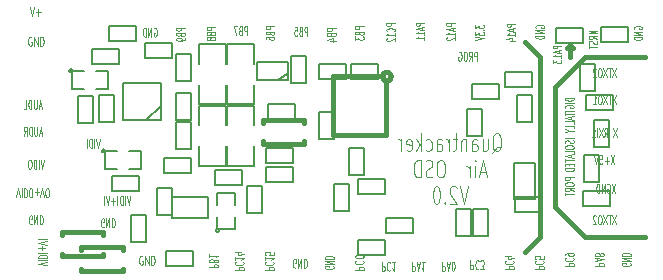
<source format=gbo>
G04 (created by PCBNEW-RS274X (2011-05-25)-stable) date Thu 12 Mar 2015 10:15:44 GMT*
G01*
G70*
G90*
%MOIN*%
G04 Gerber Fmt 3.4, Leading zero omitted, Abs format*
%FSLAX34Y34*%
G04 APERTURE LIST*
%ADD10C,0.006000*%
%ADD11C,0.004900*%
%ADD12C,0.015000*%
%ADD13C,0.004300*%
%ADD14C,0.005000*%
%ADD15C,0.008000*%
G04 APERTURE END LIST*
G54D10*
G54D11*
X49750Y-39138D02*
X49731Y-39124D01*
X49703Y-39124D01*
X49675Y-39138D01*
X49656Y-39166D01*
X49647Y-39194D01*
X49638Y-39250D01*
X49638Y-39292D01*
X49647Y-39349D01*
X49656Y-39377D01*
X49675Y-39405D01*
X49703Y-39419D01*
X49722Y-39419D01*
X49750Y-39405D01*
X49759Y-39391D01*
X49759Y-39292D01*
X49722Y-39292D01*
X49844Y-39419D02*
X49844Y-39124D01*
X49956Y-39419D01*
X49956Y-39124D01*
X50050Y-39419D02*
X50050Y-39124D01*
X50097Y-39124D01*
X50125Y-39138D01*
X50144Y-39166D01*
X50153Y-39194D01*
X50162Y-39250D01*
X50162Y-39292D01*
X50153Y-39349D01*
X50144Y-39377D01*
X50125Y-39405D01*
X50097Y-39419D01*
X50050Y-39419D01*
X46050Y-31838D02*
X46031Y-31824D01*
X46003Y-31824D01*
X45975Y-31838D01*
X45956Y-31866D01*
X45947Y-31894D01*
X45938Y-31950D01*
X45938Y-31992D01*
X45947Y-32049D01*
X45956Y-32077D01*
X45975Y-32105D01*
X46003Y-32119D01*
X46022Y-32119D01*
X46050Y-32105D01*
X46059Y-32091D01*
X46059Y-31992D01*
X46022Y-31992D01*
X46144Y-32119D02*
X46144Y-31824D01*
X46256Y-32119D01*
X46256Y-31824D01*
X46350Y-32119D02*
X46350Y-31824D01*
X46397Y-31824D01*
X46425Y-31838D01*
X46444Y-31866D01*
X46453Y-31894D01*
X46462Y-31950D01*
X46462Y-31992D01*
X46453Y-32049D01*
X46444Y-32077D01*
X46425Y-32105D01*
X46397Y-32119D01*
X46350Y-32119D01*
X46013Y-30824D02*
X46078Y-31119D01*
X46144Y-30824D01*
X46210Y-31007D02*
X46360Y-31007D01*
X46285Y-31119D02*
X46285Y-30894D01*
G54D12*
X64000Y-32100D02*
X64100Y-32200D01*
X63900Y-32200D02*
X64000Y-32100D01*
X64000Y-32100D02*
X63900Y-32200D01*
X64000Y-32500D02*
X64000Y-32100D01*
X64000Y-32100D02*
X64000Y-32500D01*
G54D13*
X50131Y-31538D02*
X50148Y-31524D01*
X50172Y-31524D01*
X50197Y-31538D01*
X50214Y-31566D01*
X50222Y-31594D01*
X50230Y-31650D01*
X50230Y-31692D01*
X50222Y-31749D01*
X50214Y-31777D01*
X50197Y-31805D01*
X50172Y-31819D01*
X50156Y-31819D01*
X50131Y-31805D01*
X50123Y-31791D01*
X50123Y-31692D01*
X50156Y-31692D01*
X50049Y-31819D02*
X50049Y-31524D01*
X49950Y-31819D01*
X49950Y-31524D01*
X49868Y-31819D02*
X49868Y-31524D01*
X49827Y-31524D01*
X49802Y-31538D01*
X49785Y-31566D01*
X49777Y-31594D01*
X49769Y-31650D01*
X49769Y-31692D01*
X49777Y-31749D01*
X49785Y-31777D01*
X49802Y-31805D01*
X49827Y-31819D01*
X49868Y-31819D01*
X51182Y-31518D02*
X50887Y-31518D01*
X50887Y-31584D01*
X50901Y-31601D01*
X50915Y-31609D01*
X50943Y-31617D01*
X50985Y-31617D01*
X51013Y-31609D01*
X51027Y-31601D01*
X51041Y-31584D01*
X51041Y-31518D01*
X51027Y-31749D02*
X51041Y-31774D01*
X51055Y-31782D01*
X51084Y-31790D01*
X51126Y-31790D01*
X51154Y-31782D01*
X51168Y-31774D01*
X51182Y-31757D01*
X51182Y-31691D01*
X50887Y-31691D01*
X50887Y-31749D01*
X50901Y-31765D01*
X50915Y-31774D01*
X50943Y-31782D01*
X50971Y-31782D01*
X50999Y-31774D01*
X51013Y-31765D01*
X51027Y-31749D01*
X51027Y-31691D01*
X51182Y-31872D02*
X51182Y-31905D01*
X51168Y-31922D01*
X51154Y-31930D01*
X51112Y-31947D01*
X51055Y-31955D01*
X50943Y-31955D01*
X50915Y-31947D01*
X50901Y-31938D01*
X50887Y-31922D01*
X50887Y-31889D01*
X50901Y-31872D01*
X50915Y-31864D01*
X50943Y-31856D01*
X51013Y-31856D01*
X51041Y-31864D01*
X51055Y-31872D01*
X51070Y-31889D01*
X51070Y-31922D01*
X51055Y-31938D01*
X51041Y-31947D01*
X51013Y-31955D01*
G54D11*
X61416Y-35695D02*
X61453Y-35667D01*
X61491Y-35611D01*
X61547Y-35526D01*
X61584Y-35498D01*
X61622Y-35498D01*
X61603Y-35639D02*
X61641Y-35611D01*
X61678Y-35554D01*
X61697Y-35442D01*
X61697Y-35245D01*
X61678Y-35132D01*
X61641Y-35076D01*
X61603Y-35048D01*
X61528Y-35048D01*
X61491Y-35076D01*
X61453Y-35132D01*
X61434Y-35245D01*
X61434Y-35442D01*
X61453Y-35554D01*
X61491Y-35611D01*
X61528Y-35639D01*
X61603Y-35639D01*
X61096Y-35245D02*
X61096Y-35639D01*
X61265Y-35245D02*
X61265Y-35554D01*
X61246Y-35611D01*
X61209Y-35639D01*
X61153Y-35639D01*
X61115Y-35611D01*
X61096Y-35582D01*
X60740Y-35639D02*
X60740Y-35329D01*
X60759Y-35273D01*
X60797Y-35245D01*
X60872Y-35245D01*
X60909Y-35273D01*
X60740Y-35611D02*
X60778Y-35639D01*
X60872Y-35639D01*
X60909Y-35611D01*
X60928Y-35554D01*
X60928Y-35498D01*
X60909Y-35442D01*
X60872Y-35414D01*
X60778Y-35414D01*
X60740Y-35385D01*
X60553Y-35245D02*
X60553Y-35639D01*
X60553Y-35301D02*
X60534Y-35273D01*
X60497Y-35245D01*
X60441Y-35245D01*
X60403Y-35273D01*
X60384Y-35329D01*
X60384Y-35639D01*
X60253Y-35245D02*
X60103Y-35245D01*
X60197Y-35048D02*
X60197Y-35554D01*
X60178Y-35611D01*
X60141Y-35639D01*
X60103Y-35639D01*
X59972Y-35639D02*
X59972Y-35245D01*
X59972Y-35357D02*
X59953Y-35301D01*
X59935Y-35273D01*
X59897Y-35245D01*
X59860Y-35245D01*
X59559Y-35639D02*
X59559Y-35329D01*
X59578Y-35273D01*
X59616Y-35245D01*
X59691Y-35245D01*
X59728Y-35273D01*
X59559Y-35611D02*
X59597Y-35639D01*
X59691Y-35639D01*
X59728Y-35611D01*
X59747Y-35554D01*
X59747Y-35498D01*
X59728Y-35442D01*
X59691Y-35414D01*
X59597Y-35414D01*
X59559Y-35385D01*
X59203Y-35611D02*
X59241Y-35639D01*
X59316Y-35639D01*
X59353Y-35611D01*
X59372Y-35582D01*
X59391Y-35526D01*
X59391Y-35357D01*
X59372Y-35301D01*
X59353Y-35273D01*
X59316Y-35245D01*
X59241Y-35245D01*
X59203Y-35273D01*
X59034Y-35639D02*
X59034Y-35048D01*
X58997Y-35414D02*
X58884Y-35639D01*
X58884Y-35245D02*
X59034Y-35470D01*
X58565Y-35611D02*
X58603Y-35639D01*
X58678Y-35639D01*
X58715Y-35611D01*
X58734Y-35554D01*
X58734Y-35329D01*
X58715Y-35273D01*
X58678Y-35245D01*
X58603Y-35245D01*
X58565Y-35273D01*
X58546Y-35329D01*
X58546Y-35385D01*
X58734Y-35442D01*
X58377Y-35639D02*
X58377Y-35245D01*
X58377Y-35357D02*
X58358Y-35301D01*
X58340Y-35273D01*
X58302Y-35245D01*
X58265Y-35245D01*
X61201Y-36346D02*
X61013Y-36346D01*
X61238Y-36515D02*
X61107Y-35924D01*
X60976Y-36515D01*
X60844Y-36515D02*
X60844Y-36121D01*
X60844Y-35924D02*
X60863Y-35952D01*
X60844Y-35980D01*
X60825Y-35952D01*
X60844Y-35924D01*
X60844Y-35980D01*
X60656Y-36515D02*
X60656Y-36121D01*
X60656Y-36233D02*
X60637Y-36177D01*
X60619Y-36149D01*
X60581Y-36121D01*
X60544Y-36121D01*
X59737Y-35924D02*
X59662Y-35924D01*
X59625Y-35952D01*
X59587Y-36008D01*
X59568Y-36121D01*
X59568Y-36318D01*
X59587Y-36430D01*
X59625Y-36487D01*
X59662Y-36515D01*
X59737Y-36515D01*
X59775Y-36487D01*
X59812Y-36430D01*
X59831Y-36318D01*
X59831Y-36121D01*
X59812Y-36008D01*
X59775Y-35952D01*
X59737Y-35924D01*
X59418Y-36487D02*
X59362Y-36515D01*
X59268Y-36515D01*
X59230Y-36487D01*
X59212Y-36458D01*
X59193Y-36402D01*
X59193Y-36346D01*
X59212Y-36290D01*
X59230Y-36261D01*
X59268Y-36233D01*
X59343Y-36205D01*
X59380Y-36177D01*
X59399Y-36149D01*
X59418Y-36093D01*
X59418Y-36036D01*
X59399Y-35980D01*
X59380Y-35952D01*
X59343Y-35924D01*
X59249Y-35924D01*
X59193Y-35952D01*
X59024Y-36515D02*
X59024Y-35924D01*
X58930Y-35924D01*
X58874Y-35952D01*
X58837Y-36008D01*
X58818Y-36064D01*
X58799Y-36177D01*
X58799Y-36261D01*
X58818Y-36374D01*
X58837Y-36430D01*
X58874Y-36487D01*
X58930Y-36515D01*
X59024Y-36515D01*
X60600Y-36800D02*
X60469Y-37391D01*
X60338Y-36800D01*
X60225Y-36856D02*
X60206Y-36828D01*
X60169Y-36800D01*
X60075Y-36800D01*
X60037Y-36828D01*
X60019Y-36856D01*
X60000Y-36912D01*
X60000Y-36969D01*
X60019Y-37053D01*
X60244Y-37391D01*
X60000Y-37391D01*
X59831Y-37334D02*
X59812Y-37363D01*
X59831Y-37391D01*
X59850Y-37363D01*
X59831Y-37334D01*
X59831Y-37391D01*
X59568Y-36800D02*
X59531Y-36800D01*
X59493Y-36828D01*
X59474Y-36856D01*
X59456Y-36912D01*
X59437Y-37025D01*
X59437Y-37166D01*
X59456Y-37278D01*
X59474Y-37334D01*
X59493Y-37363D01*
X59531Y-37391D01*
X59568Y-37391D01*
X59606Y-37363D01*
X59624Y-37334D01*
X59643Y-37278D01*
X59662Y-37166D01*
X59662Y-37025D01*
X59643Y-36912D01*
X59624Y-36856D01*
X59606Y-36828D01*
X59568Y-36800D01*
G54D12*
X63000Y-38500D02*
X62500Y-39000D01*
X63000Y-32500D02*
X63000Y-38500D01*
X62500Y-32000D02*
X63000Y-32500D01*
X64500Y-38500D02*
X66500Y-38500D01*
X63500Y-37500D02*
X64500Y-38500D01*
X64500Y-32500D02*
X66500Y-32500D01*
X63500Y-33500D02*
X64500Y-32500D01*
X63500Y-33500D02*
X63500Y-37500D01*
G54D13*
X64135Y-33854D02*
X63840Y-33854D01*
X63840Y-33895D01*
X63854Y-33920D01*
X63882Y-33937D01*
X63910Y-33945D01*
X63966Y-33953D01*
X64008Y-33953D01*
X64065Y-33945D01*
X64093Y-33937D01*
X64121Y-33920D01*
X64135Y-33895D01*
X64135Y-33854D01*
X64135Y-34027D02*
X63840Y-34027D01*
X63854Y-34200D02*
X63840Y-34183D01*
X63840Y-34159D01*
X63854Y-34134D01*
X63882Y-34117D01*
X63910Y-34109D01*
X63966Y-34101D01*
X64008Y-34101D01*
X64065Y-34109D01*
X64093Y-34117D01*
X64121Y-34134D01*
X64135Y-34159D01*
X64135Y-34175D01*
X64121Y-34200D01*
X64107Y-34208D01*
X64008Y-34208D01*
X64008Y-34175D01*
X64135Y-34282D02*
X63840Y-34282D01*
X63840Y-34339D02*
X63840Y-34438D01*
X64135Y-34389D02*
X63840Y-34389D01*
X64051Y-34488D02*
X64051Y-34570D01*
X64135Y-34471D02*
X63840Y-34529D01*
X64135Y-34587D01*
X64135Y-34727D02*
X64135Y-34644D01*
X63840Y-34644D01*
X64135Y-34867D02*
X64135Y-34784D01*
X63840Y-34784D01*
X63994Y-34957D02*
X64135Y-34957D01*
X63840Y-34899D02*
X63994Y-34957D01*
X63840Y-35015D01*
X64135Y-35204D02*
X63840Y-35204D01*
X64121Y-35278D02*
X64135Y-35303D01*
X64135Y-35344D01*
X64121Y-35360D01*
X64107Y-35369D01*
X64079Y-35377D01*
X64051Y-35377D01*
X64023Y-35369D01*
X64008Y-35360D01*
X63994Y-35344D01*
X63980Y-35311D01*
X63966Y-35294D01*
X63952Y-35286D01*
X63924Y-35278D01*
X63896Y-35278D01*
X63868Y-35286D01*
X63854Y-35294D01*
X63840Y-35311D01*
X63840Y-35352D01*
X63854Y-35377D01*
X63840Y-35484D02*
X63840Y-35517D01*
X63854Y-35534D01*
X63882Y-35550D01*
X63938Y-35558D01*
X64037Y-35558D01*
X64093Y-35550D01*
X64121Y-35534D01*
X64135Y-35517D01*
X64135Y-35484D01*
X64121Y-35468D01*
X64093Y-35451D01*
X64037Y-35443D01*
X63938Y-35443D01*
X63882Y-35451D01*
X63854Y-35468D01*
X63840Y-35484D01*
X64135Y-35715D02*
X64135Y-35632D01*
X63840Y-35632D01*
X64051Y-35764D02*
X64051Y-35846D01*
X64135Y-35747D02*
X63840Y-35805D01*
X64135Y-35863D01*
X63840Y-35895D02*
X63840Y-35994D01*
X64135Y-35945D02*
X63840Y-35945D01*
X63980Y-36052D02*
X63980Y-36110D01*
X64135Y-36135D02*
X64135Y-36052D01*
X63840Y-36052D01*
X63840Y-36135D01*
X64135Y-36209D02*
X63840Y-36209D01*
X63840Y-36250D01*
X63854Y-36275D01*
X63882Y-36292D01*
X63910Y-36300D01*
X63966Y-36308D01*
X64008Y-36308D01*
X64065Y-36300D01*
X64093Y-36292D01*
X64121Y-36275D01*
X64135Y-36250D01*
X64135Y-36209D01*
X64135Y-36514D02*
X63840Y-36514D01*
X63840Y-36580D01*
X63854Y-36597D01*
X63868Y-36605D01*
X63896Y-36613D01*
X63938Y-36613D01*
X63966Y-36605D01*
X63980Y-36597D01*
X63994Y-36580D01*
X63994Y-36514D01*
X63840Y-36720D02*
X63840Y-36753D01*
X63854Y-36770D01*
X63882Y-36786D01*
X63938Y-36794D01*
X64037Y-36794D01*
X64093Y-36786D01*
X64121Y-36770D01*
X64135Y-36753D01*
X64135Y-36720D01*
X64121Y-36704D01*
X64093Y-36687D01*
X64037Y-36679D01*
X63938Y-36679D01*
X63882Y-36687D01*
X63854Y-36704D01*
X63840Y-36720D01*
X64135Y-36967D02*
X63994Y-36909D01*
X64135Y-36868D02*
X63840Y-36868D01*
X63840Y-36934D01*
X63854Y-36951D01*
X63868Y-36959D01*
X63896Y-36967D01*
X63938Y-36967D01*
X63966Y-36959D01*
X63980Y-36951D01*
X63994Y-36934D01*
X63994Y-36868D01*
X63840Y-37016D02*
X63840Y-37115D01*
X64135Y-37066D02*
X63840Y-37066D01*
X65529Y-32874D02*
X65414Y-33169D01*
X65414Y-32874D02*
X65529Y-33169D01*
X65373Y-32874D02*
X65274Y-32874D01*
X65323Y-33169D02*
X65323Y-32874D01*
X65232Y-32874D02*
X65117Y-33169D01*
X65117Y-32874D02*
X65232Y-33169D01*
X65018Y-32874D02*
X64985Y-32874D01*
X64968Y-32888D01*
X64952Y-32916D01*
X64944Y-32972D01*
X64944Y-33071D01*
X64952Y-33127D01*
X64968Y-33155D01*
X64985Y-33169D01*
X65018Y-33169D01*
X65034Y-33155D01*
X65051Y-33127D01*
X65059Y-33071D01*
X65059Y-32972D01*
X65051Y-32916D01*
X65034Y-32888D01*
X65018Y-32874D01*
X64878Y-32902D02*
X64870Y-32888D01*
X64853Y-32874D01*
X64812Y-32874D01*
X64796Y-32888D01*
X64787Y-32902D01*
X64779Y-32930D01*
X64779Y-32958D01*
X64787Y-33000D01*
X64886Y-33169D01*
X64779Y-33169D01*
X65529Y-33774D02*
X65414Y-34069D01*
X65414Y-33774D02*
X65529Y-34069D01*
X65373Y-33774D02*
X65274Y-33774D01*
X65323Y-34069D02*
X65323Y-33774D01*
X65232Y-33774D02*
X65117Y-34069D01*
X65117Y-33774D02*
X65232Y-34069D01*
X65018Y-33774D02*
X64985Y-33774D01*
X64968Y-33788D01*
X64952Y-33816D01*
X64944Y-33872D01*
X64944Y-33971D01*
X64952Y-34027D01*
X64968Y-34055D01*
X64985Y-34069D01*
X65018Y-34069D01*
X65034Y-34055D01*
X65051Y-34027D01*
X65059Y-33971D01*
X65059Y-33872D01*
X65051Y-33816D01*
X65034Y-33788D01*
X65018Y-33774D01*
X64779Y-34069D02*
X64878Y-34069D01*
X64829Y-34069D02*
X64829Y-33774D01*
X64845Y-33816D01*
X64862Y-33844D01*
X64878Y-33858D01*
X65566Y-34874D02*
X65451Y-35169D01*
X65451Y-34874D02*
X65566Y-35169D01*
X65154Y-35169D02*
X65212Y-35028D01*
X65253Y-35169D02*
X65253Y-34874D01*
X65187Y-34874D01*
X65170Y-34888D01*
X65162Y-34902D01*
X65154Y-34930D01*
X65154Y-34972D01*
X65162Y-35000D01*
X65170Y-35014D01*
X65187Y-35028D01*
X65253Y-35028D01*
X65096Y-34874D02*
X64981Y-35169D01*
X64981Y-34874D02*
X65096Y-35169D01*
X64915Y-35169D02*
X64915Y-34874D01*
X64742Y-35169D02*
X64841Y-35169D01*
X64792Y-35169D02*
X64792Y-34874D01*
X64808Y-34916D01*
X64825Y-34944D01*
X64841Y-34958D01*
X65529Y-37774D02*
X65414Y-38069D01*
X65414Y-37774D02*
X65529Y-38069D01*
X65373Y-37774D02*
X65274Y-37774D01*
X65323Y-38069D02*
X65323Y-37774D01*
X65232Y-37774D02*
X65117Y-38069D01*
X65117Y-37774D02*
X65232Y-38069D01*
X65018Y-37774D02*
X64985Y-37774D01*
X64968Y-37788D01*
X64952Y-37816D01*
X64944Y-37872D01*
X64944Y-37971D01*
X64952Y-38027D01*
X64968Y-38055D01*
X64985Y-38069D01*
X65018Y-38069D01*
X65034Y-38055D01*
X65051Y-38027D01*
X65059Y-37971D01*
X65059Y-37872D01*
X65051Y-37816D01*
X65034Y-37788D01*
X65018Y-37774D01*
X64878Y-37802D02*
X64870Y-37788D01*
X64853Y-37774D01*
X64812Y-37774D01*
X64796Y-37788D01*
X64787Y-37802D01*
X64779Y-37830D01*
X64779Y-37858D01*
X64787Y-37900D01*
X64886Y-38069D01*
X64779Y-38069D01*
X65471Y-35774D02*
X65356Y-36069D01*
X65356Y-35774D02*
X65471Y-36069D01*
X65290Y-35957D02*
X65158Y-35957D01*
X65224Y-36069D02*
X65224Y-35844D01*
X64993Y-35774D02*
X65076Y-35774D01*
X65084Y-35914D01*
X65076Y-35900D01*
X65059Y-35886D01*
X65018Y-35886D01*
X65002Y-35900D01*
X64993Y-35914D01*
X64985Y-35942D01*
X64985Y-36013D01*
X64993Y-36041D01*
X65002Y-36055D01*
X65018Y-36069D01*
X65059Y-36069D01*
X65076Y-36055D01*
X65084Y-36041D01*
X64936Y-35774D02*
X64878Y-36069D01*
X64820Y-35774D01*
X65521Y-36724D02*
X65406Y-37019D01*
X65406Y-36724D02*
X65521Y-37019D01*
X65249Y-36738D02*
X65266Y-36724D01*
X65290Y-36724D01*
X65315Y-36738D01*
X65332Y-36766D01*
X65340Y-36794D01*
X65348Y-36850D01*
X65348Y-36892D01*
X65340Y-36949D01*
X65332Y-36977D01*
X65315Y-37005D01*
X65290Y-37019D01*
X65274Y-37019D01*
X65249Y-37005D01*
X65241Y-36991D01*
X65241Y-36892D01*
X65274Y-36892D01*
X65167Y-37019D02*
X65167Y-36724D01*
X65068Y-37019D01*
X65068Y-36724D01*
X64986Y-37019D02*
X64986Y-36724D01*
X64945Y-36724D01*
X64920Y-36738D01*
X64903Y-36766D01*
X64895Y-36794D01*
X64887Y-36850D01*
X64887Y-36892D01*
X64895Y-36949D01*
X64903Y-36977D01*
X64920Y-37005D01*
X64945Y-37019D01*
X64986Y-37019D01*
X46069Y-38062D02*
X46052Y-38076D01*
X46028Y-38076D01*
X46003Y-38062D01*
X45986Y-38034D01*
X45978Y-38006D01*
X45970Y-37950D01*
X45970Y-37908D01*
X45978Y-37851D01*
X45986Y-37823D01*
X46003Y-37795D01*
X46028Y-37781D01*
X46044Y-37781D01*
X46069Y-37795D01*
X46077Y-37809D01*
X46077Y-37908D01*
X46044Y-37908D01*
X46151Y-37781D02*
X46151Y-38076D01*
X46250Y-37781D01*
X46250Y-38076D01*
X46332Y-37781D02*
X46332Y-38076D01*
X46373Y-38076D01*
X46398Y-38062D01*
X46415Y-38034D01*
X46423Y-38006D01*
X46431Y-37950D01*
X46431Y-37908D01*
X46423Y-37851D01*
X46415Y-37823D01*
X46398Y-37795D01*
X46373Y-37781D01*
X46332Y-37781D01*
X48469Y-38162D02*
X48452Y-38176D01*
X48428Y-38176D01*
X48403Y-38162D01*
X48386Y-38134D01*
X48378Y-38106D01*
X48370Y-38050D01*
X48370Y-38008D01*
X48378Y-37951D01*
X48386Y-37923D01*
X48403Y-37895D01*
X48428Y-37881D01*
X48444Y-37881D01*
X48469Y-37895D01*
X48477Y-37909D01*
X48477Y-38008D01*
X48444Y-38008D01*
X48551Y-37881D02*
X48551Y-38176D01*
X48650Y-37881D01*
X48650Y-38176D01*
X48732Y-37881D02*
X48732Y-38176D01*
X48773Y-38176D01*
X48798Y-38162D01*
X48815Y-38134D01*
X48823Y-38106D01*
X48831Y-38050D01*
X48831Y-38008D01*
X48823Y-37951D01*
X48815Y-37923D01*
X48798Y-37895D01*
X48773Y-37881D01*
X48732Y-37881D01*
X49348Y-37124D02*
X49290Y-37419D01*
X49232Y-37124D01*
X49175Y-37419D02*
X49175Y-37124D01*
X49093Y-37419D02*
X49093Y-37124D01*
X49052Y-37124D01*
X49027Y-37138D01*
X49010Y-37166D01*
X49002Y-37194D01*
X48994Y-37250D01*
X48994Y-37292D01*
X49002Y-37349D01*
X49010Y-37377D01*
X49027Y-37405D01*
X49052Y-37419D01*
X49093Y-37419D01*
X48920Y-37419D02*
X48920Y-37124D01*
X48838Y-37307D02*
X48706Y-37307D01*
X48772Y-37419D02*
X48772Y-37194D01*
X48649Y-37124D02*
X48591Y-37419D01*
X48533Y-37124D01*
X48476Y-37419D02*
X48476Y-37124D01*
X45553Y-37176D02*
X45611Y-36881D01*
X45669Y-37176D01*
X45726Y-36881D02*
X45726Y-37176D01*
X45808Y-36881D02*
X45808Y-37176D01*
X45849Y-37176D01*
X45874Y-37162D01*
X45891Y-37134D01*
X45899Y-37106D01*
X45907Y-37050D01*
X45907Y-37008D01*
X45899Y-36951D01*
X45891Y-36923D01*
X45874Y-36895D01*
X45849Y-36881D01*
X45808Y-36881D01*
X46014Y-37176D02*
X46047Y-37176D01*
X46064Y-37162D01*
X46080Y-37134D01*
X46088Y-37078D01*
X46088Y-36979D01*
X46080Y-36923D01*
X46064Y-36895D01*
X46047Y-36881D01*
X46014Y-36881D01*
X45998Y-36895D01*
X45981Y-36923D01*
X45973Y-36979D01*
X45973Y-37078D01*
X45981Y-37134D01*
X45998Y-37162D01*
X46014Y-37176D01*
X46162Y-36993D02*
X46294Y-36993D01*
X46228Y-36881D02*
X46228Y-37106D01*
X46351Y-37176D02*
X46409Y-36881D01*
X46467Y-37176D01*
X46557Y-37176D02*
X46590Y-37176D01*
X46607Y-37162D01*
X46623Y-37134D01*
X46631Y-37078D01*
X46631Y-36979D01*
X46623Y-36923D01*
X46607Y-36895D01*
X46590Y-36881D01*
X46557Y-36881D01*
X46541Y-36895D01*
X46524Y-36923D01*
X46516Y-36979D01*
X46516Y-37078D01*
X46524Y-37134D01*
X46541Y-37162D01*
X46557Y-37176D01*
X48326Y-35224D02*
X48268Y-35519D01*
X48210Y-35224D01*
X48153Y-35519D02*
X48153Y-35224D01*
X48071Y-35519D02*
X48071Y-35224D01*
X48030Y-35224D01*
X48005Y-35238D01*
X47988Y-35266D01*
X47980Y-35294D01*
X47972Y-35350D01*
X47972Y-35392D01*
X47980Y-35449D01*
X47988Y-35477D01*
X48005Y-35505D01*
X48030Y-35519D01*
X48071Y-35519D01*
X47898Y-35519D02*
X47898Y-35224D01*
X46476Y-35924D02*
X46418Y-36219D01*
X46360Y-35924D01*
X46303Y-36219D02*
X46303Y-35924D01*
X46221Y-36219D02*
X46221Y-35924D01*
X46180Y-35924D01*
X46155Y-35938D01*
X46138Y-35966D01*
X46130Y-35994D01*
X46122Y-36050D01*
X46122Y-36092D01*
X46130Y-36149D01*
X46138Y-36177D01*
X46155Y-36205D01*
X46180Y-36219D01*
X46221Y-36219D01*
X46015Y-35924D02*
X45982Y-35924D01*
X45965Y-35938D01*
X45949Y-35966D01*
X45941Y-36022D01*
X45941Y-36121D01*
X45949Y-36177D01*
X45965Y-36205D01*
X45982Y-36219D01*
X46015Y-36219D01*
X46031Y-36205D01*
X46048Y-36177D01*
X46056Y-36121D01*
X46056Y-36022D01*
X46048Y-35966D01*
X46031Y-35938D01*
X46015Y-35924D01*
X46404Y-35035D02*
X46322Y-35035D01*
X46421Y-35119D02*
X46363Y-34824D01*
X46305Y-35119D01*
X46248Y-34824D02*
X46248Y-35063D01*
X46240Y-35091D01*
X46231Y-35105D01*
X46215Y-35119D01*
X46182Y-35119D01*
X46165Y-35105D01*
X46157Y-35091D01*
X46149Y-35063D01*
X46149Y-34824D01*
X46067Y-35119D02*
X46067Y-34824D01*
X46026Y-34824D01*
X46001Y-34838D01*
X45984Y-34866D01*
X45976Y-34894D01*
X45968Y-34950D01*
X45968Y-34992D01*
X45976Y-35049D01*
X45984Y-35077D01*
X46001Y-35105D01*
X46026Y-35119D01*
X46067Y-35119D01*
X45795Y-35119D02*
X45853Y-34978D01*
X45894Y-35119D02*
X45894Y-34824D01*
X45828Y-34824D01*
X45811Y-34838D01*
X45803Y-34852D01*
X45795Y-34880D01*
X45795Y-34922D01*
X45803Y-34950D01*
X45811Y-34964D01*
X45828Y-34978D01*
X45894Y-34978D01*
X46388Y-34135D02*
X46306Y-34135D01*
X46405Y-34219D02*
X46347Y-33924D01*
X46289Y-34219D01*
X46232Y-33924D02*
X46232Y-34163D01*
X46224Y-34191D01*
X46215Y-34205D01*
X46199Y-34219D01*
X46166Y-34219D01*
X46149Y-34205D01*
X46141Y-34191D01*
X46133Y-34163D01*
X46133Y-33924D01*
X46051Y-34219D02*
X46051Y-33924D01*
X46010Y-33924D01*
X45985Y-33938D01*
X45968Y-33966D01*
X45960Y-33994D01*
X45952Y-34050D01*
X45952Y-34092D01*
X45960Y-34149D01*
X45968Y-34177D01*
X45985Y-34205D01*
X46010Y-34219D01*
X46051Y-34219D01*
X45795Y-34219D02*
X45878Y-34219D01*
X45878Y-33924D01*
X66012Y-39381D02*
X66026Y-39398D01*
X66026Y-39422D01*
X66012Y-39447D01*
X65984Y-39464D01*
X65956Y-39472D01*
X65900Y-39480D01*
X65858Y-39480D01*
X65801Y-39472D01*
X65773Y-39464D01*
X65745Y-39447D01*
X65731Y-39422D01*
X65731Y-39406D01*
X65745Y-39381D01*
X65759Y-39373D01*
X65858Y-39373D01*
X65858Y-39406D01*
X65731Y-39299D02*
X66026Y-39299D01*
X65731Y-39200D01*
X66026Y-39200D01*
X65731Y-39118D02*
X66026Y-39118D01*
X66026Y-39077D01*
X66012Y-39052D01*
X65984Y-39035D01*
X65956Y-39027D01*
X65900Y-39019D01*
X65858Y-39019D01*
X65801Y-39027D01*
X65773Y-39035D01*
X65745Y-39052D01*
X65731Y-39077D01*
X65731Y-39118D01*
X64831Y-39452D02*
X65126Y-39452D01*
X65126Y-39386D01*
X65112Y-39369D01*
X65098Y-39361D01*
X65070Y-39353D01*
X65028Y-39353D01*
X65000Y-39361D01*
X64986Y-39369D01*
X64972Y-39386D01*
X64972Y-39452D01*
X64915Y-39287D02*
X64915Y-39205D01*
X64831Y-39304D02*
X65126Y-39246D01*
X64831Y-39188D01*
X65000Y-39106D02*
X65014Y-39123D01*
X65028Y-39131D01*
X65056Y-39139D01*
X65070Y-39139D01*
X65098Y-39131D01*
X65112Y-39123D01*
X65126Y-39106D01*
X65126Y-39073D01*
X65112Y-39057D01*
X65098Y-39048D01*
X65070Y-39040D01*
X65056Y-39040D01*
X65028Y-39048D01*
X65014Y-39057D01*
X65000Y-39073D01*
X65000Y-39106D01*
X64986Y-39123D01*
X64972Y-39131D01*
X64943Y-39139D01*
X64887Y-39139D01*
X64859Y-39131D01*
X64845Y-39123D01*
X64831Y-39106D01*
X64831Y-39073D01*
X64845Y-39057D01*
X64859Y-39048D01*
X64887Y-39040D01*
X64943Y-39040D01*
X64972Y-39048D01*
X64986Y-39057D01*
X65000Y-39073D01*
X63831Y-39464D02*
X64126Y-39464D01*
X64126Y-39398D01*
X64112Y-39381D01*
X64098Y-39373D01*
X64070Y-39365D01*
X64028Y-39365D01*
X64000Y-39373D01*
X63986Y-39381D01*
X63972Y-39398D01*
X63972Y-39464D01*
X63859Y-39192D02*
X63845Y-39200D01*
X63831Y-39225D01*
X63831Y-39241D01*
X63845Y-39266D01*
X63873Y-39283D01*
X63901Y-39291D01*
X63958Y-39299D01*
X64000Y-39299D01*
X64056Y-39291D01*
X64084Y-39283D01*
X64112Y-39266D01*
X64126Y-39241D01*
X64126Y-39225D01*
X64112Y-39200D01*
X64098Y-39192D01*
X63831Y-39110D02*
X63831Y-39077D01*
X63845Y-39060D01*
X63859Y-39052D01*
X63901Y-39035D01*
X63958Y-39027D01*
X64070Y-39027D01*
X64098Y-39035D01*
X64112Y-39044D01*
X64126Y-39060D01*
X64126Y-39093D01*
X64112Y-39110D01*
X64098Y-39118D01*
X64070Y-39126D01*
X64000Y-39126D01*
X63972Y-39118D01*
X63958Y-39110D01*
X63943Y-39093D01*
X63943Y-39060D01*
X63958Y-39044D01*
X63972Y-39035D01*
X64000Y-39027D01*
X62831Y-39564D02*
X63126Y-39564D01*
X63126Y-39498D01*
X63112Y-39481D01*
X63098Y-39473D01*
X63070Y-39465D01*
X63028Y-39465D01*
X63000Y-39473D01*
X62986Y-39481D01*
X62972Y-39498D01*
X62972Y-39564D01*
X62859Y-39292D02*
X62845Y-39300D01*
X62831Y-39325D01*
X62831Y-39341D01*
X62845Y-39366D01*
X62873Y-39383D01*
X62901Y-39391D01*
X62958Y-39399D01*
X63000Y-39399D01*
X63056Y-39391D01*
X63084Y-39383D01*
X63112Y-39366D01*
X63126Y-39341D01*
X63126Y-39325D01*
X63112Y-39300D01*
X63098Y-39292D01*
X63126Y-39135D02*
X63126Y-39218D01*
X62986Y-39226D01*
X63000Y-39218D01*
X63014Y-39201D01*
X63014Y-39160D01*
X63000Y-39144D01*
X62986Y-39135D01*
X62958Y-39127D01*
X62887Y-39127D01*
X62859Y-39135D01*
X62845Y-39144D01*
X62831Y-39160D01*
X62831Y-39201D01*
X62845Y-39218D01*
X62859Y-39226D01*
X61831Y-39564D02*
X62126Y-39564D01*
X62126Y-39498D01*
X62112Y-39481D01*
X62098Y-39473D01*
X62070Y-39465D01*
X62028Y-39465D01*
X62000Y-39473D01*
X61986Y-39481D01*
X61972Y-39498D01*
X61972Y-39564D01*
X61859Y-39292D02*
X61845Y-39300D01*
X61831Y-39325D01*
X61831Y-39341D01*
X61845Y-39366D01*
X61873Y-39383D01*
X61901Y-39391D01*
X61958Y-39399D01*
X62000Y-39399D01*
X62056Y-39391D01*
X62084Y-39383D01*
X62112Y-39366D01*
X62126Y-39341D01*
X62126Y-39325D01*
X62112Y-39300D01*
X62098Y-39292D01*
X62028Y-39144D02*
X61831Y-39144D01*
X62140Y-39185D02*
X61929Y-39226D01*
X61929Y-39119D01*
X60686Y-39281D02*
X60686Y-39576D01*
X60752Y-39576D01*
X60769Y-39562D01*
X60777Y-39548D01*
X60785Y-39520D01*
X60785Y-39478D01*
X60777Y-39450D01*
X60769Y-39436D01*
X60752Y-39422D01*
X60686Y-39422D01*
X60958Y-39309D02*
X60950Y-39295D01*
X60925Y-39281D01*
X60909Y-39281D01*
X60884Y-39295D01*
X60867Y-39323D01*
X60859Y-39351D01*
X60851Y-39408D01*
X60851Y-39450D01*
X60859Y-39506D01*
X60867Y-39534D01*
X60884Y-39562D01*
X60909Y-39576D01*
X60925Y-39576D01*
X60950Y-39562D01*
X60958Y-39548D01*
X61016Y-39576D02*
X61123Y-39576D01*
X61065Y-39464D01*
X61090Y-39464D01*
X61106Y-39450D01*
X61115Y-39436D01*
X61123Y-39408D01*
X61123Y-39337D01*
X61115Y-39309D01*
X61106Y-39295D01*
X61090Y-39281D01*
X61040Y-39281D01*
X61024Y-39295D01*
X61016Y-39309D01*
X59748Y-39331D02*
X59748Y-39626D01*
X59814Y-39626D01*
X59831Y-39612D01*
X59839Y-39598D01*
X59847Y-39570D01*
X59847Y-39528D01*
X59839Y-39500D01*
X59831Y-39486D01*
X59814Y-39472D01*
X59748Y-39472D01*
X59913Y-39415D02*
X59995Y-39415D01*
X59896Y-39331D02*
X59954Y-39626D01*
X60012Y-39331D01*
X60102Y-39626D02*
X60119Y-39626D01*
X60135Y-39612D01*
X60143Y-39598D01*
X60152Y-39570D01*
X60160Y-39514D01*
X60160Y-39443D01*
X60152Y-39387D01*
X60143Y-39359D01*
X60135Y-39345D01*
X60119Y-39331D01*
X60102Y-39331D01*
X60086Y-39345D01*
X60077Y-39359D01*
X60069Y-39387D01*
X60061Y-39443D01*
X60061Y-39514D01*
X60069Y-39570D01*
X60077Y-39598D01*
X60086Y-39612D01*
X60102Y-39626D01*
X58748Y-39331D02*
X58748Y-39626D01*
X58814Y-39626D01*
X58831Y-39612D01*
X58839Y-39598D01*
X58847Y-39570D01*
X58847Y-39528D01*
X58839Y-39500D01*
X58831Y-39486D01*
X58814Y-39472D01*
X58748Y-39472D01*
X58913Y-39415D02*
X58995Y-39415D01*
X58896Y-39331D02*
X58954Y-39626D01*
X59012Y-39331D01*
X59160Y-39331D02*
X59061Y-39331D01*
X59110Y-39331D02*
X59110Y-39626D01*
X59094Y-39584D01*
X59077Y-39556D01*
X59061Y-39542D01*
X57736Y-39331D02*
X57736Y-39626D01*
X57802Y-39626D01*
X57819Y-39612D01*
X57827Y-39598D01*
X57835Y-39570D01*
X57835Y-39528D01*
X57827Y-39500D01*
X57819Y-39486D01*
X57802Y-39472D01*
X57736Y-39472D01*
X58008Y-39359D02*
X58000Y-39345D01*
X57975Y-39331D01*
X57959Y-39331D01*
X57934Y-39345D01*
X57917Y-39373D01*
X57909Y-39401D01*
X57901Y-39458D01*
X57901Y-39500D01*
X57909Y-39556D01*
X57917Y-39584D01*
X57934Y-39612D01*
X57959Y-39626D01*
X57975Y-39626D01*
X58000Y-39612D01*
X58008Y-39598D01*
X58173Y-39331D02*
X58074Y-39331D01*
X58123Y-39331D02*
X58123Y-39626D01*
X58107Y-39584D01*
X58090Y-39556D01*
X58074Y-39542D01*
G54D11*
X56831Y-39594D02*
X57126Y-39594D01*
X57126Y-39519D01*
X57112Y-39500D01*
X57098Y-39491D01*
X57070Y-39482D01*
X57028Y-39482D01*
X57000Y-39491D01*
X56986Y-39500D01*
X56972Y-39519D01*
X56972Y-39594D01*
X56859Y-39285D02*
X56845Y-39294D01*
X56831Y-39322D01*
X56831Y-39341D01*
X56845Y-39369D01*
X56873Y-39388D01*
X56901Y-39397D01*
X56958Y-39406D01*
X57000Y-39406D01*
X57056Y-39397D01*
X57084Y-39388D01*
X57112Y-39369D01*
X57126Y-39341D01*
X57126Y-39322D01*
X57112Y-39294D01*
X57098Y-39285D01*
X57126Y-39163D02*
X57126Y-39144D01*
X57112Y-39125D01*
X57098Y-39116D01*
X57070Y-39106D01*
X57014Y-39097D01*
X56943Y-39097D01*
X56887Y-39106D01*
X56859Y-39116D01*
X56845Y-39125D01*
X56831Y-39144D01*
X56831Y-39163D01*
X56845Y-39181D01*
X56859Y-39191D01*
X56887Y-39200D01*
X56943Y-39209D01*
X57014Y-39209D01*
X57070Y-39200D01*
X57098Y-39191D01*
X57112Y-39181D01*
X57126Y-39163D01*
G54D13*
X56112Y-39481D02*
X56126Y-39498D01*
X56126Y-39522D01*
X56112Y-39547D01*
X56084Y-39564D01*
X56056Y-39572D01*
X56000Y-39580D01*
X55958Y-39580D01*
X55901Y-39572D01*
X55873Y-39564D01*
X55845Y-39547D01*
X55831Y-39522D01*
X55831Y-39506D01*
X55845Y-39481D01*
X55859Y-39473D01*
X55958Y-39473D01*
X55958Y-39506D01*
X55831Y-39399D02*
X56126Y-39399D01*
X55831Y-39300D01*
X56126Y-39300D01*
X55831Y-39218D02*
X56126Y-39218D01*
X56126Y-39177D01*
X56112Y-39152D01*
X56084Y-39135D01*
X56056Y-39127D01*
X56000Y-39119D01*
X55958Y-39119D01*
X55901Y-39127D01*
X55873Y-39135D01*
X55845Y-39152D01*
X55831Y-39177D01*
X55831Y-39218D01*
X54869Y-39512D02*
X54852Y-39526D01*
X54828Y-39526D01*
X54803Y-39512D01*
X54786Y-39484D01*
X54778Y-39456D01*
X54770Y-39400D01*
X54770Y-39358D01*
X54778Y-39301D01*
X54786Y-39273D01*
X54803Y-39245D01*
X54828Y-39231D01*
X54844Y-39231D01*
X54869Y-39245D01*
X54877Y-39259D01*
X54877Y-39358D01*
X54844Y-39358D01*
X54951Y-39231D02*
X54951Y-39526D01*
X55050Y-39231D01*
X55050Y-39526D01*
X55132Y-39231D02*
X55132Y-39526D01*
X55173Y-39526D01*
X55198Y-39512D01*
X55215Y-39484D01*
X55223Y-39456D01*
X55231Y-39400D01*
X55231Y-39358D01*
X55223Y-39301D01*
X55215Y-39273D01*
X55198Y-39245D01*
X55173Y-39231D01*
X55132Y-39231D01*
X53831Y-39597D02*
X54126Y-39597D01*
X54126Y-39531D01*
X54112Y-39514D01*
X54098Y-39506D01*
X54070Y-39498D01*
X54028Y-39498D01*
X54000Y-39506D01*
X53986Y-39514D01*
X53972Y-39531D01*
X53972Y-39597D01*
X53859Y-39325D02*
X53845Y-39333D01*
X53831Y-39358D01*
X53831Y-39374D01*
X53845Y-39399D01*
X53873Y-39416D01*
X53901Y-39424D01*
X53958Y-39432D01*
X54000Y-39432D01*
X54056Y-39424D01*
X54084Y-39416D01*
X54112Y-39399D01*
X54126Y-39374D01*
X54126Y-39358D01*
X54112Y-39333D01*
X54098Y-39325D01*
X53831Y-39160D02*
X53831Y-39259D01*
X53831Y-39210D02*
X54126Y-39210D01*
X54084Y-39226D01*
X54056Y-39243D01*
X54042Y-39259D01*
X54126Y-39003D02*
X54126Y-39086D01*
X53986Y-39094D01*
X54000Y-39086D01*
X54014Y-39069D01*
X54014Y-39028D01*
X54000Y-39012D01*
X53986Y-39003D01*
X53958Y-38995D01*
X53887Y-38995D01*
X53859Y-39003D01*
X53845Y-39012D01*
X53831Y-39028D01*
X53831Y-39069D01*
X53845Y-39086D01*
X53859Y-39094D01*
X52831Y-39597D02*
X53126Y-39597D01*
X53126Y-39531D01*
X53112Y-39514D01*
X53098Y-39506D01*
X53070Y-39498D01*
X53028Y-39498D01*
X53000Y-39506D01*
X52986Y-39514D01*
X52972Y-39531D01*
X52972Y-39597D01*
X52859Y-39325D02*
X52845Y-39333D01*
X52831Y-39358D01*
X52831Y-39374D01*
X52845Y-39399D01*
X52873Y-39416D01*
X52901Y-39424D01*
X52958Y-39432D01*
X53000Y-39432D01*
X53056Y-39424D01*
X53084Y-39416D01*
X53112Y-39399D01*
X53126Y-39374D01*
X53126Y-39358D01*
X53112Y-39333D01*
X53098Y-39325D01*
X52831Y-39160D02*
X52831Y-39259D01*
X52831Y-39210D02*
X53126Y-39210D01*
X53084Y-39226D01*
X53056Y-39243D01*
X53042Y-39259D01*
X53028Y-39012D02*
X52831Y-39012D01*
X53140Y-39053D02*
X52929Y-39094D01*
X52929Y-38987D01*
X51981Y-39514D02*
X52276Y-39514D01*
X52276Y-39448D01*
X52262Y-39431D01*
X52248Y-39423D01*
X52220Y-39415D01*
X52178Y-39415D01*
X52150Y-39423D01*
X52136Y-39431D01*
X52122Y-39448D01*
X52122Y-39514D01*
X52136Y-39283D02*
X52122Y-39258D01*
X52108Y-39250D01*
X52079Y-39242D01*
X52037Y-39242D01*
X52009Y-39250D01*
X51995Y-39258D01*
X51981Y-39275D01*
X51981Y-39341D01*
X52276Y-39341D01*
X52276Y-39283D01*
X52262Y-39267D01*
X52248Y-39258D01*
X52220Y-39250D01*
X52192Y-39250D01*
X52164Y-39258D01*
X52150Y-39267D01*
X52136Y-39283D01*
X52136Y-39341D01*
X51981Y-39077D02*
X51981Y-39176D01*
X51981Y-39127D02*
X52276Y-39127D01*
X52234Y-39143D01*
X52206Y-39160D01*
X52192Y-39176D01*
X46576Y-39448D02*
X46281Y-39390D01*
X46576Y-39332D01*
X46281Y-39275D02*
X46576Y-39275D01*
X46281Y-39193D02*
X46576Y-39193D01*
X46576Y-39152D01*
X46562Y-39127D01*
X46534Y-39110D01*
X46506Y-39102D01*
X46450Y-39094D01*
X46408Y-39094D01*
X46351Y-39102D01*
X46323Y-39110D01*
X46295Y-39127D01*
X46281Y-39152D01*
X46281Y-39193D01*
X46281Y-39020D02*
X46576Y-39020D01*
X46393Y-38938D02*
X46393Y-38806D01*
X46281Y-38872D02*
X46506Y-38872D01*
X46576Y-38749D02*
X46281Y-38691D01*
X46576Y-38633D01*
X46281Y-38576D02*
X46576Y-38576D01*
X66138Y-31569D02*
X66124Y-31552D01*
X66124Y-31528D01*
X66138Y-31503D01*
X66166Y-31486D01*
X66194Y-31478D01*
X66250Y-31470D01*
X66292Y-31470D01*
X66349Y-31478D01*
X66377Y-31486D01*
X66405Y-31503D01*
X66419Y-31528D01*
X66419Y-31544D01*
X66405Y-31569D01*
X66391Y-31577D01*
X66292Y-31577D01*
X66292Y-31544D01*
X66419Y-31651D02*
X66124Y-31651D01*
X66419Y-31750D01*
X66124Y-31750D01*
X66419Y-31832D02*
X66124Y-31832D01*
X66124Y-31873D01*
X66138Y-31898D01*
X66166Y-31915D01*
X66194Y-31923D01*
X66250Y-31931D01*
X66292Y-31931D01*
X66349Y-31923D01*
X66377Y-31915D01*
X66405Y-31898D01*
X66419Y-31873D01*
X66419Y-31832D01*
X64919Y-31616D02*
X64624Y-31616D01*
X64919Y-31715D01*
X64624Y-31715D01*
X64919Y-31896D02*
X64778Y-31838D01*
X64919Y-31797D02*
X64624Y-31797D01*
X64624Y-31863D01*
X64638Y-31880D01*
X64652Y-31888D01*
X64680Y-31896D01*
X64722Y-31896D01*
X64750Y-31888D01*
X64764Y-31880D01*
X64778Y-31863D01*
X64778Y-31797D01*
X64905Y-31962D02*
X64919Y-31987D01*
X64919Y-32028D01*
X64905Y-32044D01*
X64891Y-32053D01*
X64863Y-32061D01*
X64835Y-32061D01*
X64807Y-32053D01*
X64792Y-32044D01*
X64778Y-32028D01*
X64764Y-31995D01*
X64750Y-31978D01*
X64736Y-31970D01*
X64708Y-31962D01*
X64680Y-31962D01*
X64652Y-31970D01*
X64638Y-31978D01*
X64624Y-31995D01*
X64624Y-32036D01*
X64638Y-32061D01*
X64624Y-32110D02*
X64624Y-32209D01*
X64919Y-32160D02*
X64624Y-32160D01*
X63719Y-32116D02*
X63424Y-32116D01*
X63424Y-32182D01*
X63438Y-32199D01*
X63452Y-32207D01*
X63480Y-32215D01*
X63522Y-32215D01*
X63550Y-32207D01*
X63564Y-32199D01*
X63578Y-32182D01*
X63578Y-32116D01*
X63635Y-32281D02*
X63635Y-32363D01*
X63719Y-32264D02*
X63424Y-32322D01*
X63719Y-32380D01*
X63719Y-32528D02*
X63719Y-32429D01*
X63719Y-32478D02*
X63424Y-32478D01*
X63466Y-32462D01*
X63494Y-32445D01*
X63508Y-32429D01*
X63424Y-32586D02*
X63424Y-32693D01*
X63536Y-32635D01*
X63536Y-32660D01*
X63550Y-32676D01*
X63564Y-32685D01*
X63592Y-32693D01*
X63663Y-32693D01*
X63691Y-32685D01*
X63705Y-32676D01*
X63719Y-32660D01*
X63719Y-32610D01*
X63705Y-32594D01*
X63691Y-32586D01*
X62869Y-31523D02*
X62855Y-31506D01*
X62855Y-31482D01*
X62869Y-31457D01*
X62897Y-31440D01*
X62925Y-31432D01*
X62981Y-31424D01*
X63023Y-31424D01*
X63080Y-31432D01*
X63108Y-31440D01*
X63136Y-31457D01*
X63150Y-31482D01*
X63150Y-31498D01*
X63136Y-31523D01*
X63122Y-31531D01*
X63023Y-31531D01*
X63023Y-31498D01*
X63150Y-31605D02*
X62855Y-31605D01*
X63150Y-31704D01*
X62855Y-31704D01*
X63150Y-31786D02*
X62855Y-31786D01*
X62855Y-31827D01*
X62869Y-31852D01*
X62897Y-31869D01*
X62925Y-31877D01*
X62981Y-31885D01*
X63023Y-31885D01*
X63080Y-31877D01*
X63108Y-31869D01*
X63136Y-31852D01*
X63150Y-31827D01*
X63150Y-31786D01*
X62186Y-31389D02*
X61891Y-31389D01*
X61891Y-31455D01*
X61905Y-31472D01*
X61919Y-31480D01*
X61947Y-31488D01*
X61989Y-31488D01*
X62017Y-31480D01*
X62031Y-31472D01*
X62045Y-31455D01*
X62045Y-31389D01*
X62102Y-31554D02*
X62102Y-31636D01*
X62186Y-31537D02*
X61891Y-31595D01*
X62186Y-31653D01*
X62186Y-31801D02*
X62186Y-31702D01*
X62186Y-31751D02*
X61891Y-31751D01*
X61933Y-31735D01*
X61961Y-31718D01*
X61975Y-31702D01*
X61989Y-31949D02*
X62186Y-31949D01*
X61877Y-31908D02*
X62088Y-31867D01*
X62088Y-31974D01*
X60848Y-31418D02*
X60848Y-31525D01*
X60960Y-31467D01*
X60960Y-31492D01*
X60974Y-31508D01*
X60988Y-31517D01*
X61016Y-31525D01*
X61087Y-31525D01*
X61115Y-31517D01*
X61129Y-31508D01*
X61143Y-31492D01*
X61143Y-31442D01*
X61129Y-31426D01*
X61115Y-31418D01*
X61115Y-31599D02*
X61129Y-31607D01*
X61143Y-31599D01*
X61129Y-31591D01*
X61115Y-31599D01*
X61143Y-31599D01*
X60848Y-31665D02*
X60848Y-31772D01*
X60960Y-31714D01*
X60960Y-31739D01*
X60974Y-31755D01*
X60988Y-31764D01*
X61016Y-31772D01*
X61087Y-31772D01*
X61115Y-31764D01*
X61129Y-31755D01*
X61143Y-31739D01*
X61143Y-31689D01*
X61129Y-31673D01*
X61115Y-31665D01*
X60848Y-31821D02*
X61143Y-31879D01*
X60848Y-31937D01*
X60178Y-31370D02*
X59883Y-31370D01*
X59883Y-31436D01*
X59897Y-31453D01*
X59911Y-31461D01*
X59939Y-31469D01*
X59981Y-31469D01*
X60009Y-31461D01*
X60023Y-31453D01*
X60037Y-31436D01*
X60037Y-31370D01*
X60094Y-31535D02*
X60094Y-31617D01*
X60178Y-31518D02*
X59883Y-31576D01*
X60178Y-31634D01*
X60178Y-31782D02*
X60178Y-31683D01*
X60178Y-31732D02*
X59883Y-31732D01*
X59925Y-31716D01*
X59953Y-31699D01*
X59967Y-31683D01*
X59911Y-31848D02*
X59897Y-31856D01*
X59883Y-31873D01*
X59883Y-31914D01*
X59897Y-31930D01*
X59911Y-31939D01*
X59939Y-31947D01*
X59967Y-31947D01*
X60009Y-31939D01*
X60178Y-31840D01*
X60178Y-31947D01*
X59154Y-31350D02*
X58859Y-31350D01*
X58859Y-31416D01*
X58873Y-31433D01*
X58887Y-31441D01*
X58915Y-31449D01*
X58957Y-31449D01*
X58985Y-31441D01*
X58999Y-31433D01*
X59013Y-31416D01*
X59013Y-31350D01*
X59070Y-31515D02*
X59070Y-31597D01*
X59154Y-31498D02*
X58859Y-31556D01*
X59154Y-31614D01*
X59154Y-31762D02*
X59154Y-31663D01*
X59154Y-31712D02*
X58859Y-31712D01*
X58901Y-31696D01*
X58929Y-31679D01*
X58943Y-31663D01*
X59154Y-31927D02*
X59154Y-31828D01*
X59154Y-31877D02*
X58859Y-31877D01*
X58901Y-31861D01*
X58929Y-31844D01*
X58943Y-31828D01*
X58170Y-31376D02*
X57875Y-31376D01*
X57875Y-31442D01*
X57889Y-31459D01*
X57903Y-31467D01*
X57931Y-31475D01*
X57973Y-31475D01*
X58001Y-31467D01*
X58015Y-31459D01*
X58029Y-31442D01*
X58029Y-31376D01*
X58142Y-31648D02*
X58156Y-31640D01*
X58170Y-31615D01*
X58170Y-31599D01*
X58156Y-31574D01*
X58128Y-31557D01*
X58100Y-31549D01*
X58043Y-31541D01*
X58001Y-31541D01*
X57945Y-31549D01*
X57917Y-31557D01*
X57889Y-31574D01*
X57875Y-31599D01*
X57875Y-31615D01*
X57889Y-31640D01*
X57903Y-31648D01*
X58170Y-31813D02*
X58170Y-31714D01*
X58170Y-31763D02*
X57875Y-31763D01*
X57917Y-31747D01*
X57945Y-31730D01*
X57959Y-31714D01*
X57903Y-31879D02*
X57889Y-31887D01*
X57875Y-31904D01*
X57875Y-31945D01*
X57889Y-31961D01*
X57903Y-31970D01*
X57931Y-31978D01*
X57959Y-31978D01*
X58001Y-31970D01*
X58170Y-31871D01*
X58170Y-31978D01*
X57127Y-31479D02*
X56832Y-31479D01*
X56832Y-31545D01*
X56846Y-31562D01*
X56860Y-31570D01*
X56888Y-31578D01*
X56930Y-31578D01*
X56958Y-31570D01*
X56972Y-31562D01*
X56986Y-31545D01*
X56986Y-31479D01*
X56972Y-31710D02*
X56986Y-31735D01*
X57000Y-31743D01*
X57029Y-31751D01*
X57071Y-31751D01*
X57099Y-31743D01*
X57113Y-31735D01*
X57127Y-31718D01*
X57127Y-31652D01*
X56832Y-31652D01*
X56832Y-31710D01*
X56846Y-31726D01*
X56860Y-31735D01*
X56888Y-31743D01*
X56916Y-31743D01*
X56944Y-31735D01*
X56958Y-31726D01*
X56972Y-31710D01*
X56972Y-31652D01*
X56832Y-31809D02*
X56832Y-31916D01*
X56944Y-31858D01*
X56944Y-31883D01*
X56958Y-31899D01*
X56972Y-31908D01*
X57000Y-31916D01*
X57071Y-31916D01*
X57099Y-31908D01*
X57113Y-31899D01*
X57127Y-31883D01*
X57127Y-31833D01*
X57113Y-31817D01*
X57099Y-31809D01*
X56202Y-31538D02*
X55907Y-31538D01*
X55907Y-31604D01*
X55921Y-31621D01*
X55935Y-31629D01*
X55963Y-31637D01*
X56005Y-31637D01*
X56033Y-31629D01*
X56047Y-31621D01*
X56061Y-31604D01*
X56061Y-31538D01*
X56047Y-31769D02*
X56061Y-31794D01*
X56075Y-31802D01*
X56104Y-31810D01*
X56146Y-31810D01*
X56174Y-31802D01*
X56188Y-31794D01*
X56202Y-31777D01*
X56202Y-31711D01*
X55907Y-31711D01*
X55907Y-31769D01*
X55921Y-31785D01*
X55935Y-31794D01*
X55963Y-31802D01*
X55991Y-31802D01*
X56019Y-31794D01*
X56033Y-31785D01*
X56047Y-31769D01*
X56047Y-31711D01*
X56005Y-31958D02*
X56202Y-31958D01*
X55893Y-31917D02*
X56104Y-31876D01*
X56104Y-31983D01*
X55253Y-31792D02*
X55253Y-31497D01*
X55187Y-31497D01*
X55170Y-31511D01*
X55162Y-31525D01*
X55154Y-31553D01*
X55154Y-31595D01*
X55162Y-31623D01*
X55170Y-31637D01*
X55187Y-31651D01*
X55253Y-31651D01*
X55022Y-31637D02*
X54997Y-31651D01*
X54989Y-31665D01*
X54981Y-31694D01*
X54981Y-31736D01*
X54989Y-31764D01*
X54997Y-31778D01*
X55014Y-31792D01*
X55080Y-31792D01*
X55080Y-31497D01*
X55022Y-31497D01*
X55006Y-31511D01*
X54997Y-31525D01*
X54989Y-31553D01*
X54989Y-31581D01*
X54997Y-31609D01*
X55006Y-31623D01*
X55022Y-31637D01*
X55080Y-31637D01*
X54824Y-31497D02*
X54907Y-31497D01*
X54915Y-31637D01*
X54907Y-31623D01*
X54890Y-31609D01*
X54849Y-31609D01*
X54833Y-31623D01*
X54824Y-31637D01*
X54816Y-31665D01*
X54816Y-31736D01*
X54824Y-31764D01*
X54833Y-31778D01*
X54849Y-31792D01*
X54890Y-31792D01*
X54907Y-31778D01*
X54915Y-31764D01*
X54154Y-31479D02*
X53859Y-31479D01*
X53859Y-31545D01*
X53873Y-31562D01*
X53887Y-31570D01*
X53915Y-31578D01*
X53957Y-31578D01*
X53985Y-31570D01*
X53999Y-31562D01*
X54013Y-31545D01*
X54013Y-31479D01*
X53999Y-31710D02*
X54013Y-31735D01*
X54027Y-31743D01*
X54056Y-31751D01*
X54098Y-31751D01*
X54126Y-31743D01*
X54140Y-31735D01*
X54154Y-31718D01*
X54154Y-31652D01*
X53859Y-31652D01*
X53859Y-31710D01*
X53873Y-31726D01*
X53887Y-31735D01*
X53915Y-31743D01*
X53943Y-31743D01*
X53971Y-31735D01*
X53985Y-31726D01*
X53999Y-31710D01*
X53999Y-31652D01*
X53859Y-31899D02*
X53859Y-31866D01*
X53873Y-31850D01*
X53887Y-31842D01*
X53929Y-31825D01*
X53985Y-31817D01*
X54098Y-31817D01*
X54126Y-31825D01*
X54140Y-31833D01*
X54154Y-31850D01*
X54154Y-31883D01*
X54140Y-31899D01*
X54126Y-31908D01*
X54098Y-31916D01*
X54027Y-31916D01*
X53999Y-31908D01*
X53985Y-31899D01*
X53971Y-31883D01*
X53971Y-31850D01*
X53985Y-31833D01*
X53999Y-31825D01*
X54027Y-31817D01*
X53245Y-31773D02*
X53245Y-31478D01*
X53179Y-31478D01*
X53162Y-31492D01*
X53154Y-31506D01*
X53146Y-31534D01*
X53146Y-31576D01*
X53154Y-31604D01*
X53162Y-31618D01*
X53179Y-31632D01*
X53245Y-31632D01*
X53014Y-31618D02*
X52989Y-31632D01*
X52981Y-31646D01*
X52973Y-31675D01*
X52973Y-31717D01*
X52981Y-31745D01*
X52989Y-31759D01*
X53006Y-31773D01*
X53072Y-31773D01*
X53072Y-31478D01*
X53014Y-31478D01*
X52998Y-31492D01*
X52989Y-31506D01*
X52981Y-31534D01*
X52981Y-31562D01*
X52989Y-31590D01*
X52998Y-31604D01*
X53014Y-31618D01*
X53072Y-31618D01*
X52915Y-31478D02*
X52800Y-31478D01*
X52874Y-31773D01*
X52186Y-31499D02*
X51891Y-31499D01*
X51891Y-31565D01*
X51905Y-31582D01*
X51919Y-31590D01*
X51947Y-31598D01*
X51989Y-31598D01*
X52017Y-31590D01*
X52031Y-31582D01*
X52045Y-31565D01*
X52045Y-31499D01*
X52031Y-31730D02*
X52045Y-31755D01*
X52059Y-31763D01*
X52088Y-31771D01*
X52130Y-31771D01*
X52158Y-31763D01*
X52172Y-31755D01*
X52186Y-31738D01*
X52186Y-31672D01*
X51891Y-31672D01*
X51891Y-31730D01*
X51905Y-31746D01*
X51919Y-31755D01*
X51947Y-31763D01*
X51975Y-31763D01*
X52003Y-31755D01*
X52017Y-31746D01*
X52031Y-31730D01*
X52031Y-31672D01*
X52017Y-31870D02*
X52003Y-31853D01*
X51989Y-31845D01*
X51961Y-31837D01*
X51947Y-31837D01*
X51919Y-31845D01*
X51905Y-31853D01*
X51891Y-31870D01*
X51891Y-31903D01*
X51905Y-31919D01*
X51919Y-31928D01*
X51947Y-31936D01*
X51961Y-31936D01*
X51989Y-31928D01*
X52003Y-31919D01*
X52017Y-31903D01*
X52017Y-31870D01*
X52031Y-31853D01*
X52045Y-31845D01*
X52074Y-31837D01*
X52130Y-31837D01*
X52158Y-31845D01*
X52172Y-31853D01*
X52186Y-31870D01*
X52186Y-31903D01*
X52172Y-31919D01*
X52158Y-31928D01*
X52130Y-31936D01*
X52074Y-31936D01*
X52045Y-31928D01*
X52031Y-31919D01*
X52017Y-31903D01*
X60909Y-32619D02*
X60909Y-32324D01*
X60843Y-32324D01*
X60826Y-32338D01*
X60818Y-32352D01*
X60810Y-32380D01*
X60810Y-32422D01*
X60818Y-32450D01*
X60826Y-32464D01*
X60843Y-32478D01*
X60909Y-32478D01*
X60637Y-32619D02*
X60695Y-32478D01*
X60736Y-32619D02*
X60736Y-32324D01*
X60670Y-32324D01*
X60653Y-32338D01*
X60645Y-32352D01*
X60637Y-32380D01*
X60637Y-32422D01*
X60645Y-32450D01*
X60653Y-32464D01*
X60670Y-32478D01*
X60736Y-32478D01*
X60530Y-32324D02*
X60497Y-32324D01*
X60480Y-32338D01*
X60464Y-32366D01*
X60456Y-32422D01*
X60456Y-32521D01*
X60464Y-32577D01*
X60480Y-32605D01*
X60497Y-32619D01*
X60530Y-32619D01*
X60546Y-32605D01*
X60563Y-32577D01*
X60571Y-32521D01*
X60571Y-32422D01*
X60563Y-32366D01*
X60546Y-32338D01*
X60530Y-32324D01*
X60291Y-32338D02*
X60308Y-32324D01*
X60332Y-32324D01*
X60357Y-32338D01*
X60374Y-32366D01*
X60382Y-32394D01*
X60390Y-32450D01*
X60390Y-32492D01*
X60382Y-32549D01*
X60374Y-32577D01*
X60357Y-32605D01*
X60332Y-32619D01*
X60316Y-32619D01*
X60291Y-32605D01*
X60283Y-32591D01*
X60283Y-32492D01*
X60316Y-32492D01*
G54D12*
X57689Y-33141D02*
X56114Y-33141D01*
X56114Y-33141D02*
X56114Y-35109D01*
X56114Y-35109D02*
X57886Y-35109D01*
X57886Y-35109D02*
X57886Y-33338D01*
X58024Y-33141D02*
X58021Y-33167D01*
X58013Y-33193D01*
X58000Y-33217D01*
X57983Y-33238D01*
X57963Y-33255D01*
X57939Y-33268D01*
X57913Y-33276D01*
X57886Y-33278D01*
X57861Y-33276D01*
X57835Y-33268D01*
X57811Y-33256D01*
X57790Y-33239D01*
X57773Y-33218D01*
X57760Y-33195D01*
X57752Y-33169D01*
X57749Y-33142D01*
X57751Y-33117D01*
X57758Y-33091D01*
X57771Y-33067D01*
X57787Y-33046D01*
X57808Y-33028D01*
X57831Y-33015D01*
X57857Y-33007D01*
X57884Y-33004D01*
X57909Y-33006D01*
X57935Y-33013D01*
X57959Y-33025D01*
X57981Y-33042D01*
X57998Y-33062D01*
X58012Y-33085D01*
X58020Y-33111D01*
X58023Y-33138D01*
X58024Y-33141D01*
G54D14*
X54275Y-33250D02*
X54575Y-33050D01*
X53575Y-33250D02*
X54600Y-33250D01*
X54600Y-33250D02*
X54600Y-32650D01*
X54600Y-32650D02*
X53575Y-32650D01*
X53575Y-32650D02*
X53575Y-33250D01*
X51950Y-37850D02*
X51950Y-37150D01*
X51950Y-37150D02*
X50750Y-37150D01*
X50750Y-37150D02*
X50750Y-37850D01*
X50750Y-37850D02*
X51950Y-37850D01*
X62825Y-36025D02*
X62125Y-36025D01*
X62125Y-36025D02*
X62125Y-37225D01*
X62125Y-37225D02*
X62825Y-37225D01*
X62825Y-37225D02*
X62825Y-36025D01*
X47408Y-32952D02*
X47407Y-32961D01*
X47404Y-32971D01*
X47399Y-32979D01*
X47393Y-32987D01*
X47385Y-32993D01*
X47377Y-32998D01*
X47368Y-33000D01*
X47358Y-33001D01*
X47349Y-33001D01*
X47340Y-32998D01*
X47331Y-32993D01*
X47324Y-32987D01*
X47317Y-32980D01*
X47313Y-32971D01*
X47310Y-32962D01*
X47309Y-32952D01*
X47309Y-32943D01*
X47312Y-32934D01*
X47316Y-32925D01*
X47323Y-32918D01*
X47330Y-32911D01*
X47338Y-32907D01*
X47348Y-32904D01*
X47357Y-32903D01*
X47366Y-32903D01*
X47376Y-32906D01*
X47384Y-32910D01*
X47392Y-32916D01*
X47398Y-32924D01*
X47403Y-32932D01*
X47406Y-32941D01*
X47407Y-32951D01*
X47408Y-32952D01*
X47808Y-32952D02*
X47408Y-32952D01*
X47408Y-32952D02*
X47408Y-33552D01*
X47408Y-33552D02*
X47808Y-33552D01*
X48208Y-33552D02*
X48608Y-33552D01*
X48608Y-33552D02*
X48608Y-32952D01*
X48608Y-32952D02*
X48208Y-32952D01*
X48500Y-35625D02*
X48499Y-35634D01*
X48496Y-35644D01*
X48491Y-35652D01*
X48485Y-35660D01*
X48477Y-35666D01*
X48469Y-35671D01*
X48460Y-35673D01*
X48450Y-35674D01*
X48441Y-35674D01*
X48432Y-35671D01*
X48423Y-35666D01*
X48416Y-35660D01*
X48409Y-35653D01*
X48405Y-35644D01*
X48402Y-35635D01*
X48401Y-35625D01*
X48401Y-35616D01*
X48404Y-35607D01*
X48408Y-35598D01*
X48415Y-35591D01*
X48422Y-35584D01*
X48430Y-35580D01*
X48440Y-35577D01*
X48449Y-35576D01*
X48458Y-35576D01*
X48468Y-35579D01*
X48476Y-35583D01*
X48484Y-35589D01*
X48490Y-35597D01*
X48495Y-35605D01*
X48498Y-35614D01*
X48499Y-35624D01*
X48500Y-35625D01*
X48900Y-35625D02*
X48500Y-35625D01*
X48500Y-35625D02*
X48500Y-36225D01*
X48500Y-36225D02*
X48900Y-36225D01*
X49300Y-36225D02*
X49700Y-36225D01*
X49700Y-36225D02*
X49700Y-35625D01*
X49700Y-35625D02*
X49300Y-35625D01*
X57885Y-38352D02*
X58785Y-38352D01*
X58785Y-38352D02*
X58785Y-37852D01*
X58785Y-37852D02*
X57885Y-37852D01*
X57885Y-37852D02*
X57885Y-38352D01*
X54825Y-34075D02*
X53925Y-34075D01*
X53925Y-34075D02*
X53925Y-34575D01*
X53925Y-34575D02*
X54825Y-34575D01*
X54825Y-34575D02*
X54825Y-34075D01*
X53875Y-36650D02*
X54775Y-36650D01*
X54775Y-36650D02*
X54775Y-36150D01*
X54775Y-36150D02*
X53875Y-36150D01*
X53875Y-36150D02*
X53875Y-36650D01*
X63550Y-32025D02*
X64450Y-32025D01*
X64450Y-32025D02*
X64450Y-31525D01*
X64450Y-31525D02*
X63550Y-31525D01*
X63550Y-31525D02*
X63550Y-32025D01*
X61850Y-33500D02*
X62750Y-33500D01*
X62750Y-33500D02*
X62750Y-33000D01*
X62750Y-33000D02*
X61850Y-33000D01*
X61850Y-33000D02*
X61850Y-33500D01*
X52175Y-36775D02*
X53075Y-36775D01*
X53075Y-36775D02*
X53075Y-36275D01*
X53075Y-36275D02*
X52175Y-36275D01*
X52175Y-36275D02*
X52175Y-36775D01*
X55650Y-34330D02*
X55650Y-35230D01*
X55650Y-35230D02*
X56150Y-35230D01*
X56150Y-35230D02*
X56150Y-34330D01*
X56150Y-34330D02*
X55650Y-34330D01*
X51450Y-38975D02*
X50550Y-38975D01*
X50550Y-38975D02*
X50550Y-39475D01*
X50550Y-39475D02*
X51450Y-39475D01*
X51450Y-39475D02*
X51450Y-38975D01*
X49525Y-31450D02*
X48625Y-31450D01*
X48625Y-31450D02*
X48625Y-31950D01*
X48625Y-31950D02*
X49525Y-31950D01*
X49525Y-31950D02*
X49525Y-31450D01*
X48078Y-32738D02*
X48978Y-32738D01*
X48978Y-32738D02*
X48978Y-32238D01*
X48978Y-32238D02*
X48078Y-32238D01*
X48078Y-32238D02*
X48078Y-32738D01*
X62225Y-33775D02*
X62225Y-34675D01*
X62225Y-34675D02*
X62725Y-34675D01*
X62725Y-34675D02*
X62725Y-33775D01*
X62725Y-33775D02*
X62225Y-33775D01*
X50725Y-37750D02*
X50725Y-36850D01*
X50725Y-36850D02*
X50225Y-36850D01*
X50225Y-36850D02*
X50225Y-37750D01*
X50225Y-37750D02*
X50725Y-37750D01*
X51376Y-35572D02*
X51376Y-34672D01*
X51376Y-34672D02*
X50876Y-34672D01*
X50876Y-34672D02*
X50876Y-35572D01*
X50876Y-35572D02*
X51376Y-35572D01*
X53875Y-36025D02*
X54775Y-36025D01*
X54775Y-36025D02*
X54775Y-35525D01*
X54775Y-35525D02*
X53875Y-35525D01*
X53875Y-35525D02*
X53875Y-36025D01*
X55200Y-33350D02*
X55200Y-32450D01*
X55200Y-32450D02*
X54700Y-32450D01*
X54700Y-32450D02*
X54700Y-33350D01*
X54700Y-33350D02*
X55200Y-33350D01*
X61275Y-38450D02*
X61275Y-37550D01*
X61275Y-37550D02*
X60775Y-37550D01*
X60775Y-37550D02*
X60775Y-38450D01*
X60775Y-38450D02*
X61275Y-38450D01*
X65050Y-32000D02*
X65950Y-32000D01*
X65950Y-32000D02*
X65950Y-31500D01*
X65950Y-31500D02*
X65050Y-31500D01*
X65050Y-31500D02*
X65050Y-32000D01*
X56525Y-32725D02*
X55625Y-32725D01*
X55625Y-32725D02*
X55625Y-33225D01*
X55625Y-33225D02*
X56525Y-33225D01*
X56525Y-33225D02*
X56525Y-32725D01*
X57850Y-38600D02*
X56950Y-38600D01*
X56950Y-38600D02*
X56950Y-39100D01*
X56950Y-39100D02*
X57850Y-39100D01*
X57850Y-39100D02*
X57850Y-38600D01*
X60575Y-34225D02*
X60575Y-35125D01*
X60575Y-35125D02*
X61075Y-35125D01*
X61075Y-35125D02*
X61075Y-34225D01*
X61075Y-34225D02*
X60575Y-34225D01*
X60750Y-33900D02*
X61650Y-33900D01*
X61650Y-33900D02*
X61650Y-33400D01*
X61650Y-33400D02*
X60750Y-33400D01*
X60750Y-33400D02*
X60750Y-33900D01*
X56700Y-33225D02*
X57600Y-33225D01*
X57600Y-33225D02*
X57600Y-32725D01*
X57600Y-32725D02*
X56700Y-32725D01*
X56700Y-32725D02*
X56700Y-33225D01*
X56925Y-37075D02*
X57825Y-37075D01*
X57825Y-37075D02*
X57825Y-36575D01*
X57825Y-36575D02*
X56925Y-36575D01*
X56925Y-36575D02*
X56925Y-37075D01*
X50875Y-33700D02*
X50875Y-34600D01*
X50875Y-34600D02*
X51375Y-34600D01*
X51375Y-34600D02*
X51375Y-33700D01*
X51375Y-33700D02*
X50875Y-33700D01*
X50875Y-32400D02*
X50875Y-33300D01*
X50875Y-33300D02*
X51375Y-33300D01*
X51375Y-33300D02*
X51375Y-32400D01*
X51375Y-32400D02*
X50875Y-32400D01*
X63075Y-37175D02*
X62175Y-37175D01*
X62175Y-37175D02*
X62175Y-37675D01*
X62175Y-37675D02*
X63075Y-37675D01*
X63075Y-37675D02*
X63075Y-37175D01*
X51375Y-35875D02*
X50475Y-35875D01*
X50475Y-35875D02*
X50475Y-36375D01*
X50475Y-36375D02*
X51375Y-36375D01*
X51375Y-36375D02*
X51375Y-35875D01*
X53225Y-36800D02*
X53225Y-37700D01*
X53225Y-37700D02*
X53725Y-37700D01*
X53725Y-37700D02*
X53725Y-36800D01*
X53725Y-36800D02*
X53225Y-36800D01*
X49650Y-36475D02*
X48750Y-36475D01*
X48750Y-36475D02*
X48750Y-36975D01*
X48750Y-36975D02*
X49650Y-36975D01*
X49650Y-36975D02*
X49650Y-36475D01*
X48300Y-33775D02*
X48300Y-34675D01*
X48300Y-34675D02*
X48800Y-34675D01*
X48800Y-34675D02*
X48800Y-33775D01*
X48800Y-33775D02*
X48300Y-33775D01*
X56625Y-37625D02*
X56625Y-36725D01*
X56625Y-36725D02*
X56125Y-36725D01*
X56125Y-36725D02*
X56125Y-37625D01*
X56125Y-37625D02*
X56625Y-37625D01*
X49368Y-37755D02*
X49368Y-38655D01*
X49368Y-38655D02*
X49868Y-38655D01*
X49868Y-38655D02*
X49868Y-37755D01*
X49868Y-37755D02*
X49368Y-37755D01*
G54D15*
X49865Y-34601D02*
X50365Y-34126D01*
X50365Y-34601D02*
X49115Y-34601D01*
X49115Y-34601D02*
X49115Y-33351D01*
X49115Y-33351D02*
X50365Y-33351D01*
X50365Y-33351D02*
X50365Y-34601D01*
G54D12*
X53756Y-34606D02*
X53756Y-34685D01*
X55134Y-34606D02*
X55134Y-34685D01*
X53756Y-34606D02*
X55134Y-34606D01*
X55134Y-35315D02*
X55134Y-35394D01*
X55134Y-35394D02*
X53756Y-35394D01*
X53756Y-35394D02*
X53756Y-35315D01*
X47071Y-38346D02*
X47071Y-38425D01*
X48449Y-38346D02*
X48449Y-38425D01*
X47071Y-38346D02*
X48449Y-38346D01*
X48449Y-39055D02*
X48449Y-39134D01*
X48449Y-39134D02*
X47071Y-39134D01*
X47071Y-39134D02*
X47071Y-39055D01*
X49089Y-39634D02*
X49089Y-39555D01*
X47711Y-39634D02*
X47711Y-39555D01*
X49089Y-39634D02*
X47711Y-39634D01*
X47711Y-38925D02*
X47711Y-38846D01*
X47711Y-38846D02*
X49089Y-38846D01*
X49089Y-38846D02*
X49089Y-38925D01*
G54D14*
X57150Y-36425D02*
X57150Y-35525D01*
X57150Y-35525D02*
X56650Y-35525D01*
X56650Y-35525D02*
X56650Y-36425D01*
X56650Y-36425D02*
X57150Y-36425D01*
X64444Y-37474D02*
X65344Y-37474D01*
X65344Y-37474D02*
X65344Y-36974D01*
X65344Y-36974D02*
X64444Y-36974D01*
X64444Y-36974D02*
X64444Y-37474D01*
X64975Y-36675D02*
X64975Y-35775D01*
X64975Y-35775D02*
X64475Y-35775D01*
X64475Y-35775D02*
X64475Y-36675D01*
X64475Y-36675D02*
X64975Y-36675D01*
X65430Y-33766D02*
X64530Y-33766D01*
X64530Y-33766D02*
X64530Y-34266D01*
X64530Y-34266D02*
X65430Y-34266D01*
X65430Y-34266D02*
X65430Y-33766D01*
X64789Y-34609D02*
X64789Y-35509D01*
X64789Y-35509D02*
X65289Y-35509D01*
X65289Y-35509D02*
X65289Y-34609D01*
X65289Y-34609D02*
X64789Y-34609D01*
X53475Y-36125D02*
X52575Y-36125D01*
X52575Y-36125D02*
X52575Y-35475D01*
X53475Y-34775D02*
X53475Y-34125D01*
X53475Y-34125D02*
X52575Y-34125D01*
X52575Y-34125D02*
X52575Y-34775D01*
X53475Y-35475D02*
X53475Y-36125D01*
X52300Y-38275D02*
X52299Y-38284D01*
X52296Y-38294D01*
X52291Y-38302D01*
X52285Y-38310D01*
X52277Y-38316D01*
X52269Y-38321D01*
X52260Y-38323D01*
X52250Y-38324D01*
X52241Y-38324D01*
X52232Y-38321D01*
X52223Y-38316D01*
X52216Y-38310D01*
X52209Y-38303D01*
X52205Y-38294D01*
X52202Y-38285D01*
X52201Y-38275D01*
X52201Y-38266D01*
X52204Y-38257D01*
X52208Y-38248D01*
X52215Y-38241D01*
X52222Y-38234D01*
X52230Y-38230D01*
X52240Y-38227D01*
X52249Y-38226D01*
X52258Y-38226D01*
X52268Y-38229D01*
X52276Y-38233D01*
X52284Y-38239D01*
X52290Y-38247D01*
X52295Y-38255D01*
X52298Y-38264D01*
X52299Y-38274D01*
X52300Y-38275D01*
X52250Y-37825D02*
X52250Y-38225D01*
X52250Y-38225D02*
X52850Y-38225D01*
X52850Y-38225D02*
X52850Y-37825D01*
X52850Y-37425D02*
X52850Y-37025D01*
X52850Y-37025D02*
X52250Y-37025D01*
X52250Y-37025D02*
X52250Y-37425D01*
X52525Y-36125D02*
X51625Y-36125D01*
X51625Y-36125D02*
X51625Y-35475D01*
X52525Y-34775D02*
X52525Y-34125D01*
X52525Y-34125D02*
X51625Y-34125D01*
X51625Y-34125D02*
X51625Y-34775D01*
X52525Y-35475D02*
X52525Y-36125D01*
X51625Y-32075D02*
X52525Y-32075D01*
X52525Y-32075D02*
X52525Y-32725D01*
X51625Y-33425D02*
X51625Y-34075D01*
X51625Y-34075D02*
X52525Y-34075D01*
X52525Y-34075D02*
X52525Y-33425D01*
X51625Y-32725D02*
X51625Y-32075D01*
X50725Y-32025D02*
X49825Y-32025D01*
X49825Y-32025D02*
X49825Y-32525D01*
X49825Y-32525D02*
X50725Y-32525D01*
X50725Y-32525D02*
X50725Y-32025D01*
X52575Y-32075D02*
X53475Y-32075D01*
X53475Y-32075D02*
X53475Y-32725D01*
X52575Y-33425D02*
X52575Y-34075D01*
X52575Y-34075D02*
X53475Y-34075D01*
X53475Y-34075D02*
X53475Y-33425D01*
X52575Y-32725D02*
X52575Y-32075D01*
X60700Y-38450D02*
X60700Y-37550D01*
X60700Y-37550D02*
X60200Y-37550D01*
X60200Y-37550D02*
X60200Y-38450D01*
X60200Y-38450D02*
X60700Y-38450D01*
X64852Y-33619D02*
X64852Y-32719D01*
X64852Y-32719D02*
X64352Y-32719D01*
X64352Y-32719D02*
X64352Y-33619D01*
X64352Y-33619D02*
X64852Y-33619D01*
X47600Y-33800D02*
X47600Y-34700D01*
X47600Y-34700D02*
X48100Y-34700D01*
X48100Y-34700D02*
X48100Y-33800D01*
X48100Y-33800D02*
X47600Y-33800D01*
M02*

</source>
